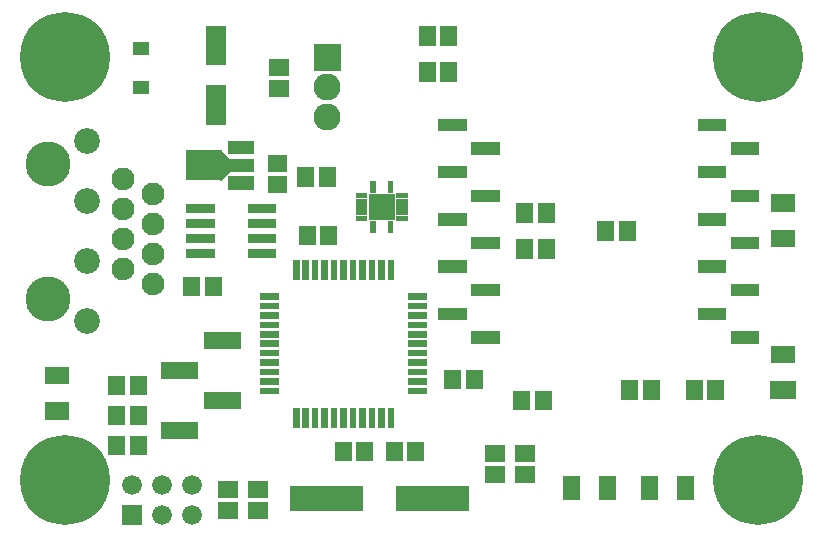
<source format=gbr>
G04 start of page 6 for group -4063 idx -4063 *
G04 Title: (unknown), componentmask *
G04 Creator: pcb 20110918 *
G04 CreationDate: Mon 23 Feb 2015 09:14:10 PM GMT UTC *
G04 For: railfan *
G04 Format: Gerber/RS-274X *
G04 PCB-Dimensions: 265000 175000 *
G04 PCB-Coordinate-Origin: lower left *
%MOIN*%
%FSLAX25Y25*%
%LNTOPMASK*%
%ADD87R,0.0438X0.0438*%
%ADD86R,0.1005X0.1005*%
%ADD85R,0.0300X0.0300*%
%ADD84R,0.0170X0.0170*%
%ADD83R,0.0847X0.0847*%
%ADD82R,0.0560X0.0560*%
%ADD81R,0.0622X0.0622*%
%ADD80R,0.0217X0.0217*%
%ADD79R,0.0410X0.0410*%
%ADD78R,0.0572X0.0572*%
%ADD77R,0.0690X0.0690*%
%ADD76R,0.0420X0.0420*%
%ADD75C,0.1500*%
%ADD74C,0.0760*%
%ADD73C,0.0860*%
%ADD72C,0.0660*%
%ADD71C,0.2997*%
%ADD70C,0.0001*%
%ADD69C,0.0900*%
G54D69*X104500Y138000D03*
Y148000D03*
G54D70*G36*
X100000Y162500D02*Y153500D01*
X109000D01*
Y162500D01*
X100000D01*
G37*
G54D71*X17000Y158000D03*
X248000Y17000D03*
Y158000D03*
G54D70*G36*
X36200Y8800D02*Y2200D01*
X42800D01*
Y8800D01*
X36200D01*
G37*
G54D72*X49500Y5500D03*
X59500D03*
Y15500D03*
G54D71*X17000Y17000D03*
G54D72*X39500Y15500D03*
X49500D03*
G54D73*X24500Y130000D03*
G54D74*X36500Y117500D03*
G54D75*X11500Y122500D03*
G54D73*X24500Y90000D03*
Y70000D03*
G54D75*X11500Y77500D03*
G54D73*X24500Y110000D03*
G54D74*X46500Y112500D03*
X36500Y107500D03*
X46500Y102500D03*
X36500Y97500D03*
X46500Y92500D03*
X36500Y87500D03*
X46500Y82500D03*
G54D76*X41900Y160900D02*X43100D01*
X41900Y148000D02*X43100D01*
G54D77*X67500Y164992D02*Y158693D01*
Y145307D02*Y139008D01*
G54D78*X88107Y154543D02*X88893D01*
X88107Y147457D02*X88893D01*
X145043Y165393D02*Y164607D01*
X137957Y165393D02*Y164607D01*
Y153393D02*Y152607D01*
X145043Y153393D02*Y152607D01*
G54D79*X143445Y135433D02*X148957D01*
X143445Y119685D02*X148957D01*
X143445Y103937D02*X148957D01*
X154429Y80315D02*X159941D01*
X154429Y96063D02*X159941D01*
X154429Y111811D02*X159941D01*
X154429Y127559D02*X159941D01*
X143445Y88189D02*X148957D01*
G54D78*X170457Y106393D02*Y105607D01*
X177543Y106393D02*Y105607D01*
X170457Y94393D02*Y93607D01*
X177543Y94393D02*Y93607D01*
G54D79*X143445Y72441D02*X148957D01*
X230059D02*X235571D01*
X154429Y64567D02*X159941D01*
G54D78*X146457Y50893D02*Y50107D01*
X153543Y50893D02*Y50107D01*
G54D80*X132472Y65649D02*X136898D01*
X132472Y68799D02*X136898D01*
X132472Y71948D02*X136898D01*
X132472Y75098D02*X136898D01*
G54D79*X230059Y88189D02*X235571D01*
X241043Y80315D02*X246555D01*
X241043Y96063D02*X246555D01*
X230059Y135433D02*X235571D01*
X230059Y119685D02*X235571D01*
X230059Y103937D02*X235571D01*
X241043Y111811D02*X246555D01*
X241043Y127559D02*X246555D01*
G54D78*X255319Y97595D02*X257681D01*
X255319Y109405D02*X257681D01*
X204543Y100393D02*Y99607D01*
X197457Y100393D02*Y99607D01*
G54D79*X241043Y64567D02*X246555D01*
G54D78*X212543Y47393D02*Y46607D01*
X205457Y47393D02*Y46607D01*
X226957Y47393D02*Y46607D01*
X234043Y47393D02*Y46607D01*
X255319Y58905D02*X257681D01*
G54D81*X255319Y47095D02*X257681D01*
G54D80*X94252Y40028D02*Y35602D01*
X97401Y40028D02*Y35602D01*
X100551Y40028D02*Y35602D01*
X103700Y40028D02*Y35602D01*
X106850Y40028D02*Y35602D01*
X110000Y40028D02*Y35602D01*
X113149Y40028D02*Y35602D01*
X132472Y56200D02*X136898D01*
X132472Y59350D02*X136898D01*
X132472Y62500D02*X136898D01*
X83102Y78248D02*X87528D01*
X83102Y75099D02*X87528D01*
X83102Y71949D02*X87528D01*
X83102Y68800D02*X87528D01*
X83102Y65650D02*X87528D01*
X83102Y62500D02*X87528D01*
X83102Y59351D02*X87528D01*
X83102Y56201D02*X87528D01*
X83102Y53052D02*X87528D01*
X83102Y49902D02*X87528D01*
X83102Y46752D02*X87528D01*
G54D82*X66260Y63500D02*X72913D01*
X52087Y53500D02*X58740D01*
X52087Y33500D02*X58740D01*
G54D78*X41543Y38893D02*Y38107D01*
Y48893D02*Y48107D01*
G54D82*X66260Y43500D02*X72913D01*
G54D78*X71107Y6957D02*X71893D01*
X71107Y14043D02*X71893D01*
X81107Y6957D02*X81893D01*
X81107Y14043D02*X81893D01*
X34457Y38893D02*Y38107D01*
Y48893D02*Y48107D01*
X13319Y51905D02*X15681D01*
X13319Y40095D02*X15681D01*
X34457Y28893D02*Y28107D01*
X41543Y28893D02*Y28107D01*
G54D80*X116299Y40028D02*Y35602D01*
X119448Y40028D02*Y35602D01*
X122598Y40028D02*Y35602D01*
X125748Y40028D02*Y35602D01*
X132472Y46752D02*X136898D01*
X132472Y49901D02*X136898D01*
X132472Y53051D02*X136898D01*
G54D83*X131843Y11000D02*X147591D01*
G54D78*X134043Y26893D02*Y26107D01*
X126957Y26893D02*Y26107D01*
G54D83*X96409Y11000D02*X112157D01*
G54D78*X109957Y26893D02*Y26107D01*
X117043Y26893D02*Y26107D01*
X170107Y18957D02*X170893D01*
X160107D02*X160893D01*
X197905Y15681D02*Y13319D01*
X186095Y15681D02*Y13319D01*
X212095Y15681D02*Y13319D01*
X223905Y15681D02*Y13319D01*
X170107Y26043D02*X170893D01*
X160107D02*X160893D01*
X176543Y43893D02*Y43107D01*
X169457Y43893D02*Y43107D01*
G54D80*X132472Y78248D02*X136898D01*
X125748Y89398D02*Y84972D01*
X122599Y89398D02*Y84972D01*
X119449Y89398D02*Y84972D01*
G54D78*X97957Y98893D02*Y98107D01*
X105043Y98893D02*Y98107D01*
G54D80*X103701Y89398D02*Y84972D01*
X100552Y89398D02*Y84972D01*
X97402Y89398D02*Y84972D01*
X94252Y89398D02*Y84972D01*
G54D78*X104543Y118393D02*Y117607D01*
X97457Y118393D02*Y117607D01*
G54D80*X116300Y89398D02*Y84972D01*
X113150Y89398D02*Y84972D01*
X110000Y89398D02*Y84972D01*
X106851Y89398D02*Y84972D01*
G54D84*X128460Y104126D02*X130704D01*
X125744Y102394D02*Y100150D01*
X128460Y106094D02*X130704D01*
G54D70*G36*
X123082Y107772D02*Y103944D01*
X126910D01*
Y107772D01*
X123082D01*
G37*
G54D84*X128460Y108063D02*X130704D01*
X128460Y110032D02*X130704D01*
X128460Y112000D02*X130704D01*
X125744Y115976D02*Y113732D01*
X119838Y115976D02*Y113732D01*
X114878Y108063D02*X117122D01*
X114878Y106094D02*X117122D01*
X114878Y104126D02*X117122D01*
X119838Y102394D02*Y100150D01*
G54D70*G36*
X118672Y107772D02*Y103944D01*
X122500D01*
Y107772D01*
X118672D01*
G37*
G54D84*X114878Y112000D02*X117122D01*
X114878Y110032D02*X117122D01*
G54D70*G36*
X123082Y112182D02*Y108354D01*
X126910D01*
Y112182D01*
X123082D01*
G37*
G36*
X118672D02*Y108354D01*
X122500D01*
Y112182D01*
X118672D01*
G37*
G36*
X118456Y112398D02*Y103728D01*
X127127D01*
Y112398D01*
X118456D01*
G37*
G54D85*X79500Y92500D02*X86000D01*
X79500Y97500D02*X86000D01*
X79500Y102500D02*X86000D01*
X79500Y107500D02*X86000D01*
X59000D02*X65500D01*
G54D86*X62471Y122000D02*X64361D01*
G54D85*X59000Y102500D02*X65500D01*
X59000Y97500D02*X65500D01*
X59000Y92500D02*X65500D01*
G54D78*X66543Y81893D02*Y81107D01*
X59457Y81893D02*Y81107D01*
G54D87*X73811Y116094D02*X77905D01*
X66095Y122000D02*X77905D01*
G54D70*G36*
X67242Y118695D02*X70506Y121959D01*
X72350Y120115D01*
X69086Y116851D01*
X67242Y118695D01*
G37*
G36*
X69086Y127149D02*X72350Y123885D01*
X70506Y122041D01*
X67242Y125305D01*
X69086Y127149D01*
G37*
G54D87*X73811Y127906D02*X77905D01*
G54D78*X87607Y115457D02*X88393D01*
X87607Y122543D02*X88393D01*
M02*

</source>
